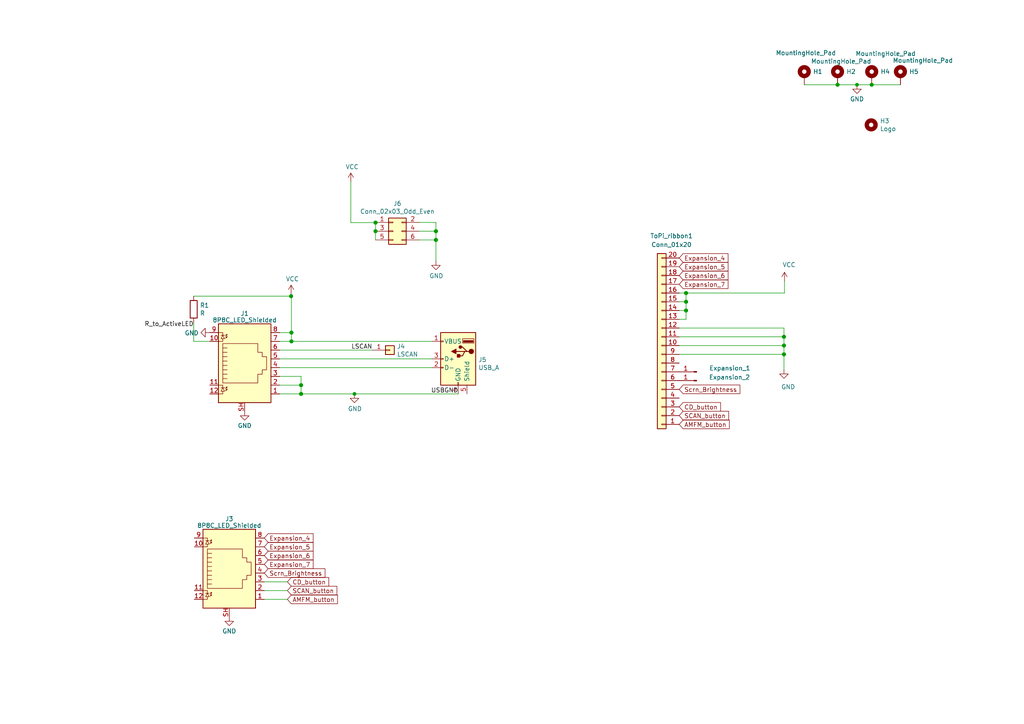
<source format=kicad_sch>
(kicad_sch (version 20230121) (generator eeschema)
  (paper "A4")
  (lib_symbols
    (symbol "Connector:8P8C_LED_Shielded" (pin_names (offset 1.016))
      (property "Reference" "J" (at -5.08 13.97 0))
      (property "Value" "8P8C_LED_Shielded" (at 1.27 13.97 0))
      (symbol "8P8C_LED_Shielded_0_1"
        (polyline (pts (xy -7.62 -7.62) (xy -6.35 -7.62)))
        (polyline (pts (xy -7.62 -5.08) (xy -6.35 -5.08)))
        (polyline (pts (xy -7.62 7.62) (xy -6.35 7.62)))
        (polyline (pts (xy -7.62 10.16) (xy -6.35 10.16)))
        (polyline (pts (xy -6.858 -5.842) (xy -5.842 -5.842)))
        (polyline (pts (xy -6.858 9.398) (xy -5.842 9.398)))
        (polyline (pts (xy -6.35 -7.62) (xy -6.35 -6.858)))
        (polyline (pts (xy -6.35 -5.08) (xy -6.35 -5.842)))
        (polyline (pts (xy -6.35 7.62) (xy -6.35 8.382)))
        (polyline (pts (xy -6.35 10.16) (xy -6.35 9.398)))
        (polyline (pts (xy -5.08 -6.223) (xy -5.207 -6.604)))
        (polyline (pts (xy -5.08 -5.588) (xy -5.207 -5.969)))
        (polyline (pts (xy -5.08 4.445) (xy -6.35 4.445)))
        (polyline (pts (xy -5.08 5.715) (xy -6.35 5.715)))
        (polyline (pts (xy -5.08 9.017) (xy -5.207 8.636)))
        (polyline (pts (xy -5.08 9.652) (xy -5.207 9.271)))
        (polyline (pts (xy -6.35 -3.175) (xy -5.08 -3.175) (xy -5.08 -3.175)))
        (polyline (pts (xy -6.35 -1.905) (xy -5.08 -1.905) (xy -5.08 -1.905)))
        (polyline (pts (xy -6.35 -0.635) (xy -5.08 -0.635) (xy -5.08 -0.635)))
        (polyline (pts (xy -6.35 0.635) (xy -5.08 0.635) (xy -5.08 0.635)))
        (polyline (pts (xy -6.35 1.905) (xy -5.08 1.905) (xy -5.08 1.905)))
        (polyline (pts (xy -5.588 -6.731) (xy -5.08 -6.223) (xy -5.461 -6.35)))
        (polyline (pts (xy -5.588 -6.096) (xy -5.08 -5.588) (xy -5.461 -5.715)))
        (polyline (pts (xy -5.588 8.509) (xy -5.08 9.017) (xy -5.461 8.89)))
        (polyline (pts (xy -5.588 9.144) (xy -5.08 9.652) (xy -5.461 9.525)))
        (polyline (pts (xy -5.08 3.175) (xy -6.35 3.175) (xy -6.35 3.175)))
        (polyline (pts (xy -6.35 -5.842) (xy -6.858 -6.858) (xy -5.842 -6.858) (xy -6.35 -5.842)))
        (polyline (pts (xy -6.35 9.398) (xy -6.858 8.382) (xy -5.842 8.382) (xy -6.35 9.398)))
        (polyline (pts (xy -6.35 -4.445) (xy -6.35 6.985) (xy 3.81 6.985) (xy 3.81 4.445) (xy 5.08 4.445) (xy 5.08 3.175) (xy 6.35 3.175) (xy 6.35 -0.635) (xy 5.08 -0.635) (xy 5.08 -1.905) (xy 3.81 -1.905) (xy 3.81 -4.445) (xy -6.35 -4.445) (xy -6.35 -4.445)))
        (rectangle (start 7.62 12.7) (end -7.62 -10.16) (stroke (width 0.254)) (fill (type background)))
      )
      (symbol "8P8C_LED_Shielded_1_1"
        (pin passive line (at 10.16 -7.62 180) (length 2.54) (name "~") (number "1"))
        (pin passive line (at -10.16 7.62 0) (length 2.54) (name "~") (number "10"))
        (pin passive line (at -10.16 -5.08 0) (length 2.54) (name "~") (number "11"))
        (pin passive line (at -10.16 -7.62 0) (length 2.54) (name "~") (number "12"))
        (pin passive line (at 10.16 -5.08 180) (length 2.54) (name "~") (number "2"))
        (pin passive line (at 10.16 -2.54 180) (length 2.54) (name "~") (number "3"))
        (pin passive line (at 10.16 0 180) (length 2.54) (name "~") (number "4"))
        (pin passive line (at 10.16 2.54 180) (length 2.54) (name "~") (number "5"))
        (pin passive line (at 10.16 5.08 180) (length 2.54) (name "~") (number "6"))
        (pin passive line (at 10.16 7.62 180) (length 2.54) (name "~") (number "7"))
        (pin passive line (at 10.16 10.16 180) (length 2.54) (name "~") (number "8"))
        (pin passive line (at -10.16 10.16 0) (length 2.54) (name "~") (number "9"))
        (pin passive line (at 0 -12.7 90) (length 2.54) (name "~") (number "SH"))
      )
    )
    (symbol "Connector:Conn_01x01_Pin" (pin_names (offset 1.016) hide)
      (property "Reference" "J" (at 0 2.54 0))
      (property "Value" "Conn_01x01_Pin" (at 0 -2.54 0))
      (symbol "Conn_01x01_Pin_1_1"
        (polyline (pts (xy 1.27 0) (xy 0.8636 0)) (stroke (width 0.1524)))
        (rectangle (start 0.8636 0.127) (end 0 -0.127) (stroke (width 0.1524)) (fill (type outline)))
        (pin passive line (at 5.08 0 180) (length 3.81) (name "Pin_1") (number "1"))
      )
    )
    (symbol "Connector:USB_A" (pin_names (offset 1.016))
      (property "Reference" "J" (at -5.08 11.43 0))
      (property "Value" "USB_A" (at -5.08 8.89 0))
      (symbol "USB_A_0_1"
        (rectangle (start -5.08 -7.62) (end 5.08 7.62) (stroke (width 0.254)) (fill (type background)))
        (circle (center -3.81 2.159) (radius 0.635) (stroke (width 0.254)) (fill (type outline)))
        (rectangle (start -1.524 4.826) (end -4.318 5.334) (fill (type outline)))
        (rectangle (start -1.27 4.572) (end -4.572 5.842))
        (circle (center -0.635 3.429) (radius 0.381) (stroke (width 0.254)) (fill (type outline)))
        (rectangle (start -0.127 -7.62) (end 0.127 -6.858))
        (polyline (pts (xy -3.175 2.159) (xy -2.54 2.159) (xy -1.27 3.429) (xy -0.635 3.429)) (stroke (width 0.254)))
        (polyline (pts (xy -2.54 2.159) (xy -1.905 2.159) (xy -1.27 0.889) (xy 0 0.889)) (stroke (width 0.254)))
        (polyline (pts (xy 0.635 2.794) (xy 0.635 1.524) (xy 1.905 2.159) (xy 0.635 2.794)) (stroke (width 0.254)) (fill (type outline)))
        (rectangle (start 0.254 1.27) (end -0.508 0.508) (stroke (width 0.254)) (fill (type outline)))
        (rectangle (start 5.08 -2.667) (end 4.318 -2.413))
        (rectangle (start 5.08 -0.127) (end 4.318 0.127))
        (rectangle (start 5.08 4.953) (end 4.318 5.207))
      )
      (symbol "USB_A_1_1"
        (polyline (pts (xy -1.905 2.159) (xy 0.635 2.159)) (stroke (width 0.254)))
        (pin power_in line (at 7.62 5.08 180) (length 2.54) (name "VBUS") (number "1"))
        (pin bidirectional line (at 7.62 -2.54 180) (length 2.54) (name "D-") (number "2"))
        (pin bidirectional line (at 7.62 0 180) (length 2.54) (name "D+") (number "3"))
        (pin power_in line (at 0 -10.16 90) (length 2.54) (name "GND") (number "4"))
        (pin passive line (at -2.54 -10.16 90) (length 2.54) (name "Shield") (number "5"))
      )
    )
    (symbol "Connector_Generic:Conn_01x01" (pin_names (offset 1.016) hide)
      (property "Reference" "J" (at 0 2.54 0))
      (property "Value" "Conn_01x01" (at 0 -2.54 0))
      (symbol "Conn_01x01_1_1"
        (rectangle (start -1.27 0.127) (end 0 -0.127) (stroke (width 0.1524)))
        (rectangle (start -1.27 1.27) (end 1.27 -1.27) (stroke (width 0.254)) (fill (type background)))
        (pin passive line (at -5.08 0 0) (length 3.81) (name "Pin_1") (number "1"))
      )
    )
    (symbol "Connector_Generic:Conn_01x20" (pin_names (offset 1.016) hide)
      (property "Reference" "J" (at 0 25.4 0))
      (property "Value" "Conn_01x20" (at 0 -27.94 0))
      (symbol "Conn_01x20_1_1"
        (rectangle (start -1.27 -25.273) (end 0 -25.527) (stroke (width 0.1524)))
        (rectangle (start -1.27 -22.733) (end 0 -22.987) (stroke (width 0.1524)))
        (rectangle (start -1.27 -20.193) (end 0 -20.447) (stroke (width 0.1524)))
        (rectangle (start -1.27 -17.653) (end 0 -17.907) (stroke (width 0.1524)))
        (rectangle (start -1.27 -15.113) (end 0 -15.367) (stroke (width 0.1524)))
        (rectangle (start -1.27 -12.573) (end 0 -12.827) (stroke (width 0.1524)))
        (rectangle (start -1.27 -10.033) (end 0 -10.287) (stroke (width 0.1524)))
        (rectangle (start -1.27 -7.493) (end 0 -7.747) (stroke (width 0.1524)))
        (rectangle (start -1.27 -4.953) (end 0 -5.207) (stroke (width 0.1524)))
        (rectangle (start -1.27 -2.413) (end 0 -2.667) (stroke (width 0.1524)))
        (rectangle (start -1.27 0.127) (end 0 -0.127) (stroke (width 0.1524)))
        (rectangle (start -1.27 2.667) (end 0 2.413) (stroke (width 0.1524)))
        (rectangle (start -1.27 5.207) (end 0 4.953) (stroke (width 0.1524)))
        (rectangle (start -1.27 7.747) (end 0 7.493) (stroke (width 0.1524)))
        (rectangle (start -1.27 10.287) (end 0 10.033) (stroke (width 0.1524)))
        (rectangle (start -1.27 12.827) (end 0 12.573) (stroke (width 0.1524)))
        (rectangle (start -1.27 15.367) (end 0 15.113) (stroke (width 0.1524)))
        (rectangle (start -1.27 17.907) (end 0 17.653) (stroke (width 0.1524)))
        (rectangle (start -1.27 20.447) (end 0 20.193) (stroke (width 0.1524)))
        (rectangle (start -1.27 22.987) (end 0 22.733) (stroke (width 0.1524)))
        (rectangle (start -1.27 24.13) (end 1.27 -26.67) (stroke (width 0.254)) (fill (type background)))
        (pin passive line (at -5.08 22.86 0) (length 3.81) (name "Pin_1") (number "1"))
        (pin passive line (at -5.08 0 0) (length 3.81) (name "Pin_10") (number "10"))
        (pin passive line (at -5.08 -2.54 0) (length 3.81) (name "Pin_11") (number "11"))
        (pin passive line (at -5.08 -5.08 0) (length 3.81) (name "Pin_12") (number "12"))
        (pin passive line (at -5.08 -7.62 0) (length 3.81) (name "Pin_13") (number "13"))
        (pin passive line (at -5.08 -10.16 0) (length 3.81) (name "Pin_14") (number "14"))
        (pin passive line (at -5.08 -12.7 0) (length 3.81) (name "Pin_15") (number "15"))
        (pin passive line (at -5.08 -15.24 0) (length 3.81) (name "Pin_16") (number "16"))
        (pin passive line (at -5.08 -17.78 0) (length 3.81) (name "Pin_17") (number "17"))
        (pin passive line (at -5.08 -20.32 0) (length 3.81) (name "Pin_18") (number "18"))
        (pin passive line (at -5.08 -22.86 0) (length 3.81) (name "Pin_19") (number "19"))
        (pin passive line (at -5.08 20.32 0) (length 3.81) (name "Pin_2") (number "2"))
        (pin passive line (at -5.08 -25.4 0) (length 3.81) (name "Pin_20") (number "20"))
        (pin passive line (at -5.08 17.78 0) (length 3.81) (name "Pin_3") (number "3"))
        (pin passive line (at -5.08 15.24 0) (length 3.81) (name "Pin_4") (number "4"))
        (pin passive line (at -5.08 12.7 0) (length 3.81) (name "Pin_5") (number "5"))
        (pin passive line (at -5.08 10.16 0) (length 3.81) (name "Pin_6") (number "6"))
        (pin passive line (at -5.08 7.62 0) (length 3.81) (name "Pin_7") (number "7"))
        (pin passive line (at -5.08 5.08 0) (length 3.81) (name "Pin_8") (number "8"))
        (pin passive line (at -5.08 2.54 0) (length 3.81) (name "Pin_9") (number "9"))
      )
    )
    (symbol "Connector_Generic:Conn_02x03_Odd_Even" (pin_names (offset 1.016) hide)
      (property "Reference" "J" (at 1.27 5.08 0))
      (property "Value" "Conn_02x03_Odd_Even" (at 1.27 -5.08 0))
      (symbol "Conn_02x03_Odd_Even_1_1"
        (rectangle (start -1.27 -2.413) (end 0 -2.667) (stroke (width 0.1524)))
        (rectangle (start -1.27 0.127) (end 0 -0.127) (stroke (width 0.1524)))
        (rectangle (start -1.27 2.667) (end 0 2.413) (stroke (width 0.1524)))
        (rectangle (start -1.27 3.81) (end 3.81 -3.81) (stroke (width 0.254)) (fill (type background)))
        (rectangle (start 3.81 -2.413) (end 2.54 -2.667) (stroke (width 0.1524)))
        (rectangle (start 3.81 0.127) (end 2.54 -0.127) (stroke (width 0.1524)))
        (rectangle (start 3.81 2.667) (end 2.54 2.413) (stroke (width 0.1524)))
        (pin passive line (at -5.08 2.54 0) (length 3.81) (name "Pin_1") (number "1"))
        (pin passive line (at 7.62 2.54 180) (length 3.81) (name "Pin_2") (number "2"))
        (pin passive line (at -5.08 0 0) (length 3.81) (name "Pin_3") (number "3"))
        (pin passive line (at 7.62 0 180) (length 3.81) (name "Pin_4") (number "4"))
        (pin passive line (at -5.08 -2.54 0) (length 3.81) (name "Pin_5") (number "5"))
        (pin passive line (at 7.62 -2.54 180) (length 3.81) (name "Pin_6") (number "6"))
      )
    )
    (symbol "Device:R" (pin_numbers hide) (pin_names (offset 0))
      (property "Reference" "R" (at 2.032 0 90))
      (property "Value" "R" (at 0 0 90))
      (symbol "R_0_1"
        (rectangle (start -1.016 -2.54) (end 1.016 2.54) (stroke (width 0.254)))
      )
      (symbol "R_1_1"
        (pin passive line (at 0 3.81 270) (length 1.27) (name "~") (number "1"))
        (pin passive line (at 0 -3.81 90) (length 1.27) (name "~") (number "2"))
      )
    )
    (symbol "GND_1" (power) (pin_names (offset 0))
      (property "Value" "GND_1" (at 0 -3.81 0))
      (symbol "GND_1_0_1"
        (polyline (pts (xy 0 0) (xy 0 -1.27) (xy 1.27 -1.27) (xy 0 -2.54) (xy -1.27 -1.27) (xy 0 -1.27)))
      )
      (symbol "GND_1_1_1"
        (pin power_in line (at 0 0 270) (length 0) hide (name "GND") (number "1"))
      )
    )
    (symbol "GND_2" (power) (pin_names (offset 0))
      (property "Value" "GND_2" (at 0 -3.81 0))
      (symbol "GND_2_0_1"
        (polyline (pts (xy 0 0) (xy 0 -1.27) (xy 1.27 -1.27) (xy 0 -2.54) (xy -1.27 -1.27) (xy 0 -1.27)))
      )
      (symbol "GND_2_1_1"
        (pin power_in line (at 0 0 270) (length 0) hide (name "GND") (number "1"))
      )
    )
    (symbol "GND_3" (power) (pin_names (offset 0))
      (property "Value" "GND_3" (at 0 -3.81 0))
      (symbol "GND_3_0_1"
        (polyline (pts (xy 0 0) (xy 0 -1.27) (xy 1.27 -1.27) (xy 0 -2.54) (xy -1.27 -1.27) (xy 0 -1.27)))
      )
      (symbol "GND_3_1_1"
        (pin power_in line (at 0 0 270) (length 0) hide (name "GND") (number "1"))
      )
    )
    (symbol "Mechanical:MountingHole" (pin_names (offset 1.016))
      (property "Reference" "H" (at 0 5.08 0))
      (property "Value" "MountingHole" (at 0 3.175 0))
      (symbol "MountingHole_0_1"
        (circle (center 0 0) (radius 1.27) (stroke (width 1.27)))
      )
    )
    (symbol "Mechanical:MountingHole_Pad" (pin_numbers hide) (pin_names (offset 1.016) hide)
      (property "Reference" "H" (at 0 6.35 0))
      (property "Value" "MountingHole_Pad" (at 0 4.445 0))
      (symbol "MountingHole_Pad_0_1"
        (circle (center 0 1.27) (radius 1.27) (stroke (width 1.27)))
      )
      (symbol "MountingHole_Pad_1_1"
        (pin input line (at 0 -2.54 90) (length 2.54) (name "1") (number "1"))
      )
    )
    (symbol "power:GND" (power) (pin_names (offset 0))
      (property "Value" "GND" (at 0 -3.81 0))
      (symbol "GND_0_1"
        (polyline (pts (xy 0 0) (xy 0 -1.27) (xy 1.27 -1.27) (xy 0 -2.54) (xy -1.27 -1.27) (xy 0 -1.27)))
      )
      (symbol "GND_1_1"
        (pin power_in line (at 0 0 270) (length 0) hide (name "GND") (number "1"))
      )
    )
    (symbol "power:VCC" (power) (pin_names (offset 0))
      (property "Value" "VCC" (at 0 3.81 0))
      (symbol "VCC_0_1"
        (polyline (pts (xy -0.762 1.27) (xy 0 2.54)))
        (polyline (pts (xy 0 0) (xy 0 2.54)))
        (polyline (pts (xy 0 2.54) (xy 0.762 1.27)))
      )
      (symbol "VCC_1_1"
        (pin power_in line (at 0 0 90) (length 0) hide (name "VCC") (number "1"))
      )
    )
  )
  (junction (at 248.5644 24.5872))
  (junction (at 84.5312 99.0092) (diameter 1.016))
  (junction (at 102.8192 114.2492))
  (junction (at 126.4412 69.596) (diameter 1.016))
  (junction (at 87.3252 111.7092) (diameter 1.016))
  (junction (at 227.3808 100.2284) (diameter 1.016))
  (junction (at 227.3808 102.7684) (diameter 1.016))
  (junction (at 198.9836 87.5284) (diameter 1.016))
  (junction (at 227.3808 97.6884) (diameter 1.016))
  (junction (at 126.4412 67.056) (diameter 1.016))
  (junction (at 87.3252 114.2492) (diameter 1.016))
  (junction (at 84.5312 96.4692) (diameter 1.016))
  (junction (at 108.9152 64.5668) (diameter 1.016))
  (junction (at 198.9836 84.9884) (diameter 1.016))
  (junction (at 198.9836 90.0684) (diameter 1.016))
  (junction (at 242.9256 24.5872) (diameter 1.016))
  (junction (at 108.9152 67.056) (diameter 1.016))
  (junction (at 252.8316 24.5872) (diameter 1.016))
  (junction (at 84.4296 85.9028) (diameter 1.016))
  (wire (pts (xy 198.9836 84.9884) (xy 227.5332 84.9884)))
  (wire (pts (xy 198.9836 90.0684) (xy 198.9836 92.6084)))
  (wire (pts (xy 87.3252 114.2492) (xy 102.8192 114.2492)))
  (wire (pts (xy 60.8076 99.0092) (xy 56.1848 99.0092)))
  (wire (pts (xy 87.3252 109.1692) (xy 87.3252 111.7092)))
  (wire (pts (xy 197.0024 84.9884) (xy 198.9836 84.9884)))
  (wire (pts (xy 87.3252 111.7092) (xy 87.3252 114.2492)))
  (wire (pts (xy 81.1276 101.5492) (xy 108.0008 101.5492)))
  (wire (pts (xy 102.8192 114.2492) (xy 132.8928 114.2492)))
  (wire (pts (xy 198.9836 87.5284) (xy 198.9836 84.9884)))
  (wire (pts (xy 108.9152 64.5668) (xy 101.7524 64.5668)))
  (wire (pts (xy 198.9836 90.0684) (xy 198.9836 87.5284)))
  (wire (pts (xy 252.8316 24.5872) (xy 261.1628 24.5872)))
  (wire (pts (xy 56.1848 99.0092) (xy 56.1848 93.5228)))
  (wire (pts (xy 197.0024 100.2284) (xy 227.3808 100.2284)))
  (wire (pts (xy 84.5312 99.0092) (xy 84.5312 96.4692)))
  (wire (pts (xy 81.1276 96.4692) (xy 84.5312 96.4692)))
  (wire (pts (xy 81.1276 99.0092) (xy 84.5312 99.0092)))
  (wire (pts (xy 84.4296 85.9028) (xy 84.4296 85.2424)))
  (wire (pts (xy 197.0024 97.6884) (xy 227.3808 97.6884)))
  (wire (pts (xy 81.1276 109.1692) (xy 87.3252 109.1692)))
  (wire (pts (xy 76.6572 168.7576) (xy 83.3628 168.7576)))
  (wire (pts (xy 197.0024 87.5284) (xy 198.9836 87.5284)))
  (wire (pts (xy 76.6572 173.8376) (xy 83.3628 173.8376)))
  (wire (pts (xy 197.0024 92.6084) (xy 198.9836 92.6084)))
  (wire (pts (xy 197.0024 90.0684) (xy 198.9836 90.0684)))
  (wire (pts (xy 227.3808 97.6884) (xy 227.3808 100.2284)))
  (wire (pts (xy 227.3808 100.2284) (xy 227.3808 102.7684)))
  (wire (pts (xy 84.5312 99.0092) (xy 125.2728 99.0092)))
  (wire (pts (xy 81.1276 104.0892) (xy 125.2728 104.0892)))
  (wire (pts (xy 126.4412 67.056) (xy 126.4412 69.596)))
  (wire (pts (xy 197.0024 102.7684) (xy 227.3808 102.7684)))
  (wire (pts (xy 227.3808 102.7684) (xy 227.3808 107.188)))
  (wire (pts (xy 197.0024 95.1484) (xy 227.3808 95.1484)))
  (wire (pts (xy 227.3808 95.1484) (xy 227.3808 97.6884)))
  (wire (pts (xy 242.9256 24.5872) (xy 248.5644 24.5872)))
  (wire (pts (xy 81.1276 111.7092) (xy 87.3252 111.7092)))
  (wire (pts (xy 108.9152 64.516) (xy 108.9152 64.5668)))
  (wire (pts (xy 233.2736 24.5872) (xy 242.9256 24.5872)))
  (wire (pts (xy 248.5644 24.5872) (xy 252.8316 24.5872)))
  (wire (pts (xy 56.1848 85.9028) (xy 84.4296 85.9028)))
  (wire (pts (xy 121.6152 69.596) (xy 126.4412 69.596)))
  (wire (pts (xy 227.5332 84.9884) (xy 227.5332 81.534)))
  (wire (pts (xy 84.5312 85.9028) (xy 84.4296 85.9028)))
  (wire (pts (xy 101.7524 64.5668) (xy 101.7524 52.7304)))
  (wire (pts (xy 84.5312 85.9028) (xy 84.5312 96.4692)))
  (wire (pts (xy 126.4412 64.516) (xy 126.4412 67.056)))
  (wire (pts (xy 108.9152 67.056) (xy 108.9152 69.596)))
  (wire (pts (xy 81.1276 114.2492) (xy 87.3252 114.2492)))
  (wire (pts (xy 81.1276 106.6292) (xy 125.2728 106.6292)))
  (wire (pts (xy 121.6152 64.516) (xy 126.4412 64.516)))
  (wire (pts (xy 121.6152 67.056) (xy 126.4412 67.056)))
  (wire (pts (xy 108.9152 64.5668) (xy 108.9152 67.056)))
  (wire (pts (xy 76.6572 171.2976) (xy 83.3628 171.2976)))
  (wire (pts (xy 126.4412 69.596) (xy 126.4412 75.692)))
  (label "LSCAN" (at 108.0008 101.5492 180))
  (label "R_to_ActiveLED" (at 56.1848 94.996 180))
  (label "USBGND" (at 132.8928 114.2492 180))
  (global_label "Expansion_6" (shape input) (at 76.6572 161.1376 0) (property "Intersheetrefs" "${INTERSHEET_REFS}" (effects hide)))
  (global_label "Expansion_4" (shape input) (at 197.0024 74.8284 0) (property "Intersheetrefs" "${INTERSHEET_REFS}" (effects hide)))
  (global_label "AMFM_button" (shape input) (at 197.0024 123.0884 0) (property "Intersheetrefs" "${INTERSHEET_REFS}" (effects hide)))
  (global_label "Expansion_7" (shape input) (at 76.6572 163.6776 0) (property "Intersheetrefs" "${INTERSHEET_REFS}" (effects hide)))
  (global_label "Expansion_5" (shape input) (at 76.6572 158.5976 0) (property "Intersheetrefs" "${INTERSHEET_REFS}" (effects hide)))
  (global_label "Expansion_5" (shape input) (at 197.0024 77.3684 0) (property "Intersheetrefs" "${INTERSHEET_REFS}" (effects hide)))
  (global_label "SCAN_button" (shape input) (at 197.0024 120.5484 0) (property "Intersheetrefs" "${INTERSHEET_REFS}" (effects hide)))
  (global_label "Expansion_4" (shape input) (at 76.6572 156.0576 0) (property "Intersheetrefs" "${INTERSHEET_REFS}" (effects hide)))
  (global_label "CD_button" (shape input) (at 83.3628 168.7576 0) (property "Intersheetrefs" "${INTERSHEET_REFS}" (effects hide)))
  (global_label "SCAN_button" (shape input) (at 83.3628 171.2976 0) (property "Intersheetrefs" "${INTERSHEET_REFS}" (effects hide)))
  (global_label "CD_button" (shape input) (at 197.0024 118.0084 0) (property "Intersheetrefs" "${INTERSHEET_REFS}" (effects hide)))
  (global_label "Scrn_Brightness" (shape input) (at 76.6572 166.2176 0) (property "Intersheetrefs" "${INTERSHEET_REFS}" (effects hide)))
  (global_label "Scrn_Brightness" (shape input) (at 197.0024 112.9284 0) (property "Intersheetrefs" "${INTERSHEET_REFS}" (effects hide)))
  (global_label "AMFM_button" (shape input) (at 83.3628 173.8376 0) (property "Intersheetrefs" "${INTERSHEET_REFS}" (effects hide)))
  (global_label "Expansion_6" (shape input) (at 197.0024 79.9084 0) (property "Intersheetrefs" "${INTERSHEET_REFS}" (effects hide)))
  (global_label "Expansion_7" (shape input) (at 197.0024 82.4484 0) (property "Intersheetrefs" "${INTERSHEET_REFS}" (effects hide)))
  (symbol (lib_id "Connector:Conn_01x01_Pin") (at 202.0824 107.8484 180) (unit 1)
    (property "Reference" "Expansion_1" (at 211.6836 106.7816 0))
    (property "Value" "Conn_01x01_Pin" (effects hide))
    (property "Footprint" "TestPoint:TestPoint_Pad_2.0x2.0mm" (effects hide))
  )
  (symbol (lib_id "power:GND") (at 102.8192 114.2492 0) (unit 1)
    (property "Reference" "#PWR06" (effects hide))
    (property "Value" "GND" (at 102.9335 118.5736 0))
  )
  (symbol (lib_id "Device:R") (at 56.1848 89.7128 0) (unit 1)
    (property "Reference" "R1" (at 57.9629 88.5634 0) (effects (justify left)))
    (property "Value" "R" (at 57.9629 90.8621 0) (effects (justify left)))
    (property "Footprint" "Resistor_THT:R_Axial_DIN0204_L3.6mm_D1.6mm_P5.08mm_Horizontal" (effects hide))
  )
  (symbol (lib_id "power:GND") (at 60.8076 96.4692 270) (unit 1)
    (property "Reference" "#PWR0102" (effects hide))
    (property "Value" "GND" (at 57.6326 96.5835 90) (effects (justify right)))
  )
  (symbol (lib_id "Connector:8P8C_LED_Shielded") (at 70.9676 106.6292 0) (unit 1)
    (property "Reference" "J1" (at 70.9676 90.9193 0))
    (property "Value" "8P8C_LED_Shielded" (at 70.9676 92.8403 0))
    (property "Footprint" "CPlib:rj45breakout" (effects hide))
  )
  (symbol (lib_id "Connector_Generic:Conn_01x01") (at 113.0808 101.5492 0) (unit 1)
    (property "Reference" "J4" (at 115.1129 100.4506 0) (effects (justify left)))
    (property "Value" "LSCAN" (at 115.1129 102.7493 0) (effects (justify left)))
    (property "Footprint" "Connector_PinHeader_2.54mm:PinHeader_1x01_P2.54mm_Vertical" (effects hide))
  )
  (symbol (lib_id "Connector_Generic:Conn_01x20") (at 191.9224 100.2284 180) (unit 1)
    (property "Reference" "ToPi_ribbon1" (at 194.767 68.428 0))
    (property "Value" "Conn_01x20" (at 194.7672 70.9676 0))
    (property "Footprint" "Connector_FFC-FPC:Hirose_FH12-20S-0.5SH_1x20-1MP_P0.50mm_Horizontal" (effects hide))
  )
  (symbol (lib_id "Mechanical:MountingHole") (at 252.6792 36.2204 0) (unit 1)
    (property "Reference" "H3" (at 255.2193 35.071 0) (effects (justify left)))
    (property "Value" "Logo" (at 255.219 37.3698 0) (effects (justify left)))
    (property "Footprint" "CPlib:CPlogo2(50)" (effects hide))
  )
  (symbol (lib_id "Mechanical:MountingHole_Pad") (at 233.2736 22.0472 0) (unit 1)
    (property "Reference" "H1" (at 235.8137 20.7708 0) (effects (justify left)))
    (property "Value" "MountingHole_Pad" (at 224.9933 15.3479 0) (effects (justify left)))
    (property "Footprint" "MountingHole:MountingHole_3.2mm_M3_Pad_Via" (effects hide))
  )
  (symbol (lib_id "Connector:8P8C_LED_Shielded") (at 66.4972 166.2176 0) (unit 1)
    (property "Reference" "J3" (at 66.4972 150.5077 0))
    (property "Value" "8P8C_LED_Shielded" (at 66.4972 152.4287 0))
    (property "Footprint" "CPlib:rj45breakout" (effects hide))
  )
  (symbol (lib_id "power:GND") (at 126.4412 75.692 0) (unit 1)
    (property "Reference" "#PWR0104" (effects hide))
    (property "Value" "GND" (at 126.5555 80.0164 0))
  )
  (symbol (lib_id "Connector:Conn_01x01_Pin") (at 202.0824 110.3884 180) (unit 1)
    (property "Reference" "Expansion_2" (at 211.582 109.4232 0))
    (property "Value" "Conn_01x01_Pin" (effects hide))
    (property "Footprint" "TestPoint:TestPoint_Pad_2.0x2.0mm" (effects hide))
  )
  (symbol (lib_id "power:VCC") (at 227.5332 81.534 0) (unit 1)
    (property "Reference" "#PWR02" (effects hide))
    (property "Value" "VCC" (at 228.854 76.8096 0))
  )
  (symbol (lib_id "Mechanical:MountingHole_Pad") (at 252.8316 22.0472 0) (unit 1)
    (property "Reference" "H4" (at 255.3717 20.7708 0) (effects (justify left)))
    (property "Value" "MountingHole_Pad" (at 248.1073 15.5511 0) (effects (justify left)))
    (property "Footprint" "MountingHole:MountingHole_3.2mm_M3_Pad_Via" (effects hide))
  )
  (symbol (lib_name "GND_3") (lib_id "power:GND") (at 248.5644 24.5872 0) (unit 1)
    (property "Reference" "#PWR05" (effects hide))
    (property "Value" "GND" (at 248.5644 28.7227 0))
  )
  (symbol (lib_id "power:VCC") (at 84.4296 85.2424 0) (unit 1)
    (property "Reference" "#PWR0101" (effects hide))
    (property "Value" "VCC" (at 84.7979 80.918 0))
  )
  (symbol (lib_name "GND_1") (lib_id "power:GND") (at 70.9676 119.3292 0) (unit 1)
    (property "Reference" "#PWR03" (effects hide))
    (property "Value" "GND" (at 70.9676 123.4647 0))
  )
  (symbol (lib_id "Mechanical:MountingHole_Pad") (at 261.1628 22.0472 0) (unit 1)
    (property "Reference" "H5" (at 263.7029 20.7708 0) (effects (justify left)))
    (property "Value" "MountingHole_Pad" (at 258.9277 17.5323 0) (effects (justify left)))
    (property "Footprint" "MountingHole:MountingHole_3.2mm_M3_Pad_Via" (effects hide))
  )
  (symbol (lib_id "power:VCC") (at 101.7524 52.7304 0) (unit 1)
    (property "Reference" "#PWR0103" (effects hide))
    (property "Value" "VCC" (at 102.1207 48.406 0))
  )
  (symbol (lib_id "Mechanical:MountingHole_Pad") (at 242.9256 22.0472 0) (unit 1)
    (property "Reference" "H2" (at 245.4657 20.7708 0) (effects (justify left)))
    (property "Value" "MountingHole_Pad" (at 235.2041 17.7863 0) (effects (justify left)))
    (property "Footprint" "MountingHole:MountingHole_3.2mm_M3_Pad_Via" (effects hide))
  )
  (symbol (lib_id "Connector:USB_A") (at 132.8928 104.0892 0) (mirror y) (unit 1)
    (property "Reference" "J5" (at 138.7349 104.3368 0) (effects (justify right)))
    (property "Value" "USB_A" (at 138.7349 106.6355 0) (effects (justify right)))
    (property "Footprint" "Connector_PinHeader_2.54mm:PinHeader_1x05_P2.54mm_Vertical" (effects hide))
    (property "Datasheet" " ~" (effects hide))
  )
  (symbol (lib_id "power:GND") (at 227.3808 107.188 0) (unit 1)
    (property "Reference" "#PWR01" (effects hide))
    (property "Value" "GND" (at 228.6 112.2172 0))
  )
  (symbol (lib_id "Connector_Generic:Conn_02x03_Odd_Even") (at 113.9952 67.056 0) (unit 1)
    (property "Reference" "J6" (at 115.2652 59.0358 0))
    (property "Value" "Conn_02x03_Odd_Even" (at 115.2652 61.3345 0))
    (property "Footprint" "Connector_PinHeader_2.54mm:PinHeader_2x03_P2.54mm_Vertical" (effects hide))
  )
  (symbol (lib_name "GND_2") (lib_id "power:GND") (at 66.4972 178.9176 0) (unit 1)
    (property "Reference" "#PWR04" (effects hide))
    (property "Value" "GND" (at 66.4972 183.0531 0))
  )
)
</source>
